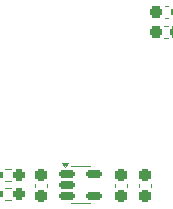
<source format=gto>
G04 #@! TF.GenerationSoftware,KiCad,Pcbnew,8.0.5-dirty*
G04 #@! TF.CreationDate,2024-10-14T16:29:31+03:00*
G04 #@! TF.ProjectId,Kivipallur_PMW3360_breakout,4b697669-7061-46c6-9c75-725f504d5733,rev?*
G04 #@! TF.SameCoordinates,Original*
G04 #@! TF.FileFunction,Legend,Top*
G04 #@! TF.FilePolarity,Positive*
%FSLAX46Y46*%
G04 Gerber Fmt 4.6, Leading zero omitted, Abs format (unit mm)*
G04 Created by KiCad (PCBNEW 8.0.5-dirty) date 2024-10-14 16:29:31*
%MOMM*%
%LPD*%
G01*
G04 APERTURE LIST*
G04 Aperture macros list*
%AMRoundRect*
0 Rectangle with rounded corners*
0 $1 Rounding radius*
0 $2 $3 $4 $5 $6 $7 $8 $9 X,Y pos of 4 corners*
0 Add a 4 corners polygon primitive as box body*
4,1,4,$2,$3,$4,$5,$6,$7,$8,$9,$2,$3,0*
0 Add four circle primitives for the rounded corners*
1,1,$1+$1,$2,$3*
1,1,$1+$1,$4,$5*
1,1,$1+$1,$6,$7*
1,1,$1+$1,$8,$9*
0 Add four rect primitives between the rounded corners*
20,1,$1+$1,$2,$3,$4,$5,0*
20,1,$1+$1,$4,$5,$6,$7,0*
20,1,$1+$1,$6,$7,$8,$9,0*
20,1,$1+$1,$8,$9,$2,$3,0*%
G04 Aperture macros list end*
%ADD10C,0.120000*%
%ADD11O,1.250000X1.250000*%
%ADD12R,1.250000X1.250000*%
%ADD13RoundRect,0.237500X-0.237500X0.300000X-0.237500X-0.300000X0.237500X-0.300000X0.237500X0.300000X0*%
%ADD14RoundRect,0.150000X-0.512500X-0.150000X0.512500X-0.150000X0.512500X0.150000X-0.512500X0.150000X0*%
%ADD15RoundRect,0.237500X-0.300000X-0.237500X0.300000X-0.237500X0.300000X0.237500X-0.300000X0.237500X0*%
%ADD16RoundRect,0.237500X0.237500X-0.300000X0.237500X0.300000X-0.237500X0.300000X-0.237500X-0.300000X0*%
%ADD17RoundRect,0.237500X0.250000X0.237500X-0.250000X0.237500X-0.250000X-0.237500X0.250000X-0.237500X0*%
%ADD18RoundRect,0.237500X0.300000X0.237500X-0.300000X0.237500X-0.300000X-0.237500X0.300000X-0.237500X0*%
%ADD19RoundRect,0.237500X-0.250000X-0.237500X0.250000X-0.237500X0.250000X0.237500X-0.250000X0.237500X0*%
%ADD20R,1.700000X1.700000*%
%ADD21O,1.700000X1.700000*%
G04 APERTURE END LIST*
D10*
X115390000Y-69053733D02*
X115390000Y-69346267D01*
X116410000Y-69053733D02*
X116410000Y-69346267D01*
X112462500Y-67590000D02*
X111662500Y-67590000D01*
X112462500Y-67590000D02*
X113262500Y-67590000D01*
X112462500Y-70710000D02*
X111662500Y-70710000D01*
X112462500Y-70710000D02*
X113262500Y-70710000D01*
X111162500Y-67640000D02*
X110922500Y-67310000D01*
X111402500Y-67310000D01*
X111162500Y-67640000D01*
G36*
X111162500Y-67640000D02*
G01*
X110922500Y-67310000D01*
X111402500Y-67310000D01*
X111162500Y-67640000D01*
G37*
X119553733Y-55690000D02*
X119846267Y-55690000D01*
X119553733Y-56710000D02*
X119846267Y-56710000D01*
X117390000Y-69346267D02*
X117390000Y-69053733D01*
X118410000Y-69346267D02*
X118410000Y-69053733D01*
X106554724Y-67777500D02*
X106045276Y-67777500D01*
X106554724Y-68822500D02*
X106045276Y-68822500D01*
X119883767Y-53990000D02*
X119591233Y-53990000D01*
X119883767Y-55010000D02*
X119591233Y-55010000D01*
X108590000Y-69346267D02*
X108590000Y-69053733D01*
X109610000Y-69346267D02*
X109610000Y-69053733D01*
X106045276Y-69377500D02*
X106554724Y-69377500D01*
X106045276Y-70422500D02*
X106554724Y-70422500D01*
%LPC*%
D11*
X105700000Y-51800000D03*
X105700000Y-53580000D03*
X105700000Y-55360000D03*
X105700000Y-57140000D03*
X105700000Y-58920000D03*
X105700000Y-60700000D03*
X105700000Y-62480000D03*
X105700000Y-64260000D03*
X116400000Y-63370000D03*
X116400000Y-61590000D03*
X116400000Y-59810000D03*
X116400000Y-58030000D03*
X116400000Y-56250000D03*
X116400000Y-54470000D03*
X116400000Y-52690000D03*
D12*
X116400000Y-50910000D03*
D13*
X115900000Y-68337500D03*
X115900000Y-70062500D03*
D14*
X111325000Y-68200000D03*
X111325000Y-69150000D03*
X111325000Y-70100000D03*
X113600000Y-70100000D03*
X113600000Y-68200000D03*
D15*
X118837500Y-56200000D03*
X120562500Y-56200000D03*
D16*
X117900000Y-70062500D03*
X117900000Y-68337500D03*
D17*
X107212500Y-68300000D03*
X105387500Y-68300000D03*
D18*
X120600000Y-54500000D03*
X118875000Y-54500000D03*
D16*
X109100000Y-70062500D03*
X109100000Y-68337500D03*
D19*
X105387500Y-69900000D03*
X107212500Y-69900000D03*
D20*
X118640000Y-73400000D03*
D21*
X116100000Y-73400000D03*
X113560000Y-73400000D03*
X111020000Y-73400000D03*
X108480000Y-73400000D03*
X105940000Y-73400000D03*
X103400000Y-73400000D03*
%LPD*%
M02*

</source>
